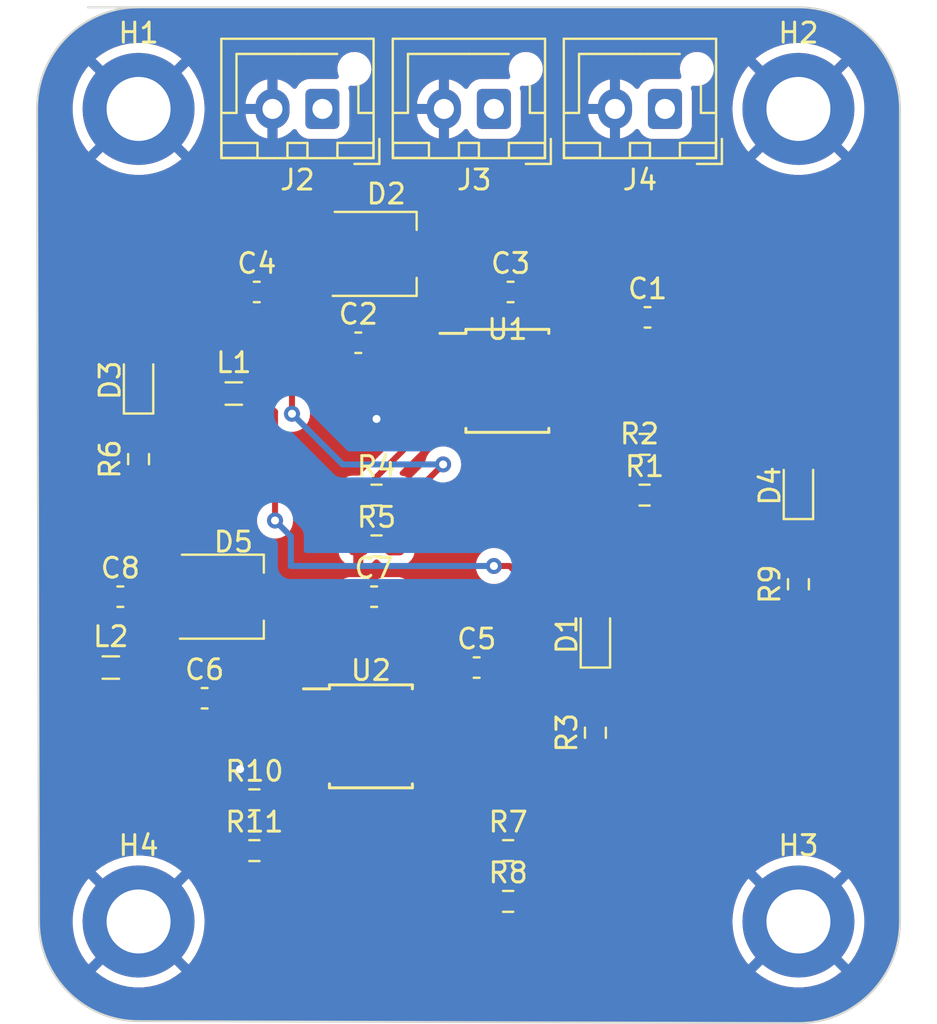
<source format=kicad_pcb>
(kicad_pcb (version 20221018) (generator pcbnew)
  (layers (0 "F.Cu" signal) (31 "B.Cu" signal) (34 "B.Paste" user) (35 "F.Paste" user) (36 "B.SilkS" user "B.Silkscreen") (37 "F.SilkS" user "F.Silkscreen") (38 "B.Mask" user) (39 "F.Mask" user) (44 "Edge.Cuts" user))
  (net 0 "")
  (net 1 "Batterie 11.1 V")
  (net 2 "GND")
  (net 3 "Net-(U1-VD)")
  (net 4 "Net-(D1-K)")
  (net 5 "Net-(U1-BST)")
  (net 6 "+3.3V")
  (net 7 "Net-(U2-VD)")
  (net 8 "Net-(D2-K)")
  (net 9 "Net-(U2-BST)")
  (net 10 "7.4V")
  (net 11 "Net-(D3-K)")
  (net 12 "Net-(D4-K)")
  (net 13 "Net-(D5-K)")
  (net 14 "11.1V")
  (net 15 "Net-(U1-ON{slash}~{OFF})")
  (net 16 "Net-(U1-FB)")
  (net 17 "Net-(U2-ON{slash}~{OFF})")
  (net 18 "Net-(U2-FB)")
  (net 19 "VCC")
  (footprint "Capacitor_SMD:C_0603_1608Metric_Pad1.08x0.95mm_HandSolder" (layer "F.Cu") (at 50.85 60.23)
    (fp_text reference "C5" (at 0 -1.43) (layer "F.SilkS"))
    (fp_text value "47µF")
    (fp_line (start -0.146267 -0.51) (end 0.146267 -0.51) (stroke (width 0.12)) (layer "F.SilkS"))
    (fp_line (start -0.146267 0.51) (end 0.146267 0.51) (stroke (width 0.12)) (layer "F.SilkS"))
    (pad "1" smd roundrect (at -0.8625 0) (size 1.075 0.95) (layers "F.Cu" "F.Paste" "F.Mask") (net 1 "Batterie 11.1 V"))
    (pad "2" smd roundrect (at 0.8625 0) (size 1.075 0.95) (layers "F.Cu" "F.Paste" "F.Mask") (net 2 "GND"))
  )
  (footprint "Package_SO:Diodes_PSOP-8" (layer "F.Cu") (at 45.56 63.67)
    (fp_text reference "U2" (at 0 -3.3) (layer "F.SilkS"))
    (fp_text value "MAX5033DUSA+")
    (fp_line (start -2.075 -2.575) (end -2.075 -2.375) (stroke (width 0.15)) (layer "F.SilkS"))
    (fp_line (start -2.075 -2.575) (end 2.075 -2.575) (stroke (width 0.15)) (layer "F.SilkS"))
    (fp_line (start -2.075 -2.375) (end -3.375 -2.375) (stroke (width 0.15)) (layer "F.SilkS"))
    (fp_line (start -2.075 2.575) (end -2.075 2.375) (stroke (width 0.15)) (layer "F.SilkS"))
    (fp_line (start -2.075 2.575) (end 2.075 2.575) (stroke (width 0.15)) (layer "F.SilkS"))
    (fp_line (start 2.075 -2.575) (end 2.075 -2.375) (stroke (width 0.15)) (layer "F.SilkS"))
    (fp_line (start 2.075 2.575) (end 2.075 2.375) (stroke (width 0.15)) (layer "F.SilkS"))
    (pad "1" smd rect (at -2.7 -1.905) (size 1.5 0.65) (layers "F.Cu" "F.Paste" "F.Mask") (net 9 "Net-(U2-BST)"))
    (pad "2" smd rect (at -2.7 -0.635) (size 1.5 0.65) (layers "F.Cu" "F.Paste" "F.Mask") (net 7 "Net-(U2-VD)"))
    (pad "3" smd rect (at -2.7 0.635) (size 1.5 0.65) (layers "F.Cu" "F.Paste" "F.Mask") (net 2 "GND"))
    (pad "4" smd rect (at -2.7 1.905) (size 1.5 0.65) (layers "F.Cu" "F.Paste" "F.Mask") (net 18 "Net-(U2-FB)"))
    (pad "5" smd rect (at 2.7 1.905) (size 1.5 0.65) (layers "F.Cu" "F.Paste" "F.Mask") (net 17 "Net-(U2-ON{slash}~{OFF})"))
    (pad "6" smd rect (at 2.7 0.635) (size 1.5 0.65) (layers "F.Cu" "F.Paste" "F.Mask") (net 2 "GND"))
    (pad "7" smd rect (at 2.7 -0.635) (size 1.5 0.65) (layers "F.Cu" "F.Paste" "F.Mask") (net 1 "Batterie 11.1 V"))
    (pad "8" smd rect (at 2.7 -1.905) (size 1.5 0.65) (layers "F.Cu" "F.Paste" "F.Mask") (net 13 "Net-(D5-K)"))
    (pad "9" smd rect (at -0.675 -0.9) (size 1.35 1.8) (layers "F.Cu" "F.Paste" "F.Mask"))
    (pad "9" smd rect (at -0.675 0.9) (size 1.35 1.8) (layers "F.Cu" "F.Paste" "F.Mask"))
    (pad "9" smd rect (at 0.675 -0.9) (size 1.35 1.8) (layers "F.Cu" "F.Paste" "F.Mask"))
    (pad "9" smd rect (at 0.675 0.9) (size 1.35 1.8) (layers "F.Cu" "F.Paste" "F.Mask"))
  )
  (footprint "Resistor_SMD:R_0603_1608Metric_Pad0.98x0.95mm_HandSolder" (layer "F.Cu") (at 39.7275 66.845)
    (fp_text reference "R10" (at 0 -1.43) (layer "F.SilkS"))
    (fp_text value "68k")
    (fp_line (start -0.254724 -0.5225) (end 0.254724 -0.5225) (stroke (width 0.12)) (layer "F.SilkS"))
    (fp_line (start -0.254724 0.5225) (end 0.254724 0.5225) (stroke (width 0.12)) (layer "F.SilkS"))
    (pad "1" smd roundrect (at -0.9125 0) (size 0.975 0.95) (layers "F.Cu" "F.Paste" "F.Mask") (net 18 "Net-(U2-FB)"))
    (pad "2" smd roundrect (at 0.9125 0) (size 0.975 0.95) (layers "F.Cu" "F.Paste" "F.Mask") (net 13 "Net-(D5-K)"))
  )
  (footprint "MountingHole:MountingHole_3.2mm_M3_DIN965_Pad" (layer "F.Cu") (at 33.9325 72.93)
    (fp_text reference "H4" (at 0 -3.8) (layer "F.SilkS"))
    (fp_text value "MountingHole_Pad")
    (pad "1" thru_hole circle (at 0 0) (size 5.6 5.6) (drill 3.2) (layers "*.Cu" "*.Mask") (net 2 "GND"))
  )
  (footprint "Capacitor_SMD:C_0603_1608Metric_Pad1.08x0.95mm_HandSolder" (layer "F.Cu") (at 52.5475 41.445)
    (fp_text reference "C3" (at 0 -1.43) (layer "F.SilkS"))
    (fp_text value "0.1µF")
    (fp_line (start -0.146267 -0.51) (end 0.146267 -0.51) (stroke (width 0.12)) (layer "F.SilkS"))
    (fp_line (start -0.146267 0.51) (end 0.146267 0.51) (stroke (width 0.12)) (layer "F.SilkS"))
    (pad "1" smd roundrect (at -0.8625 0) (size 1.075 0.95) (layers "F.Cu" "F.Paste" "F.Mask") (net 8 "Net-(D2-K)"))
    (pad "2" smd roundrect (at 0.8625 0) (size 1.075 0.95) (layers "F.Cu" "F.Paste" "F.Mask") (net 5 "Net-(U1-BST)"))
  )
  (footprint "MountingHole:MountingHole_3.2mm_M3_DIN965_Pad" (layer "F.Cu") (at 66.9525 72.93)
    (fp_text reference "H3" (at 0 -3.8) (layer "F.SilkS"))
    (fp_text value "MountingHole_Pad")
    (pad "1" thru_hole circle (at 0 0) (size 5.6 5.6) (drill 3.2) (layers "*.Cu" "*.Mask") (net 2 "GND"))
  )
  (footprint "Capacitor_SMD:C_0603_1608Metric_Pad1.08x0.95mm_HandSolder" (layer "F.Cu") (at 59.4025 42.715)
    (fp_text reference "C1" (at 0 -1.43) (layer "F.SilkS"))
    (fp_text value "47µF")
    (fp_line (start -0.146267 -0.51) (end 0.146267 -0.51) (stroke (width 0.12)) (layer "F.SilkS"))
    (fp_line (start -0.146267 0.51) (end 0.146267 0.51) (stroke (width 0.12)) (layer "F.SilkS"))
    (pad "1" smd roundrect (at -0.8625 0) (size 1.075 0.95) (layers "F.Cu" "F.Paste" "F.Mask") (net 1 "Batterie 11.1 V"))
    (pad "2" smd roundrect (at 0.8625 0) (size 1.075 0.95) (layers "F.Cu" "F.Paste" "F.Mask") (net 2 "GND"))
  )
  (footprint "Diode_SMD:Littelfuse_PolyZen-LS" (layer "F.Cu") (at 45.7475 39.54)
    (fp_text reference "D2" (at 0.58 -3) (layer "F.SilkS"))
    (fp_text value "D_Zener")
    (fp_line (start 2.1 -2.1) (end -2 -2.1) (stroke (width 0.12)) (layer "F.SilkS"))
    (fp_line (start 2.1 -2.1) (end 2.1 -1.2) (stroke (width 0.12)) (layer "F.SilkS"))
    (fp_line (start 2.1 2.1) (end -2.1 2.1) (stroke (width 0.12)) (layer "F.SilkS"))
    (fp_line (start 2.1 2.1) (end 2.1 1.2) (stroke (width 0.12)) (layer "F.SilkS"))
    (pad "1" smd rect (at -1.72 0) (size 0.56 2.21) (layers "F.Cu" "F.Paste" "F.Mask") (net 8 "Net-(D2-K)"))
    (pad "2" smd rect (at 1.72 -0.635) (size 0.56 0.94) (layers "F.Cu" "F.Paste" "F.Mask") (net 2 "GND"))
    (pad "3" smd rect (at 1.72 0.635) (size 0.56 0.94) (layers "F.Cu" "F.Paste" "F.Mask"))
  )
  (footprint "Resistor_SMD:R_0603_1608Metric_Pad0.98x0.95mm_HandSolder" (layer "F.Cu") (at 56.7925 63.49 90)
    (fp_text reference "R3" (at 0 -1.43 90) (layer "F.SilkS"))
    (fp_text value "1k")
    (fp_line (start -0.254724 -0.5225) (end 0.254724 -0.5225) (stroke (width 0.12)) (layer "F.SilkS"))
    (fp_line (start -0.254724 0.5225) (end 0.254724 0.5225) (stroke (width 0.12)) (layer "F.SilkS"))
    (pad "1" smd roundrect (at -0.9125 0 90) (size 0.975 0.95) (layers "F.Cu" "F.Paste" "F.Mask") (net 4 "Net-(D1-K)"))
    (pad "2" smd roundrect (at 0.9125 0 90) (size 0.975 0.95) (layers "F.Cu" "F.Paste" "F.Mask") (net 2 "GND"))
  )
  (footprint "LED_SMD:LED_0603_1608Metric_Pad1.05x0.95mm_HandSolder" (layer "F.Cu") (at 56.7925 58.57 90)
    (fp_text reference "D1" (at 0 -1.43 90) (layer "F.SilkS"))
    (fp_text value "LED")
    (fp_line (start -1.66 -0.735) (end -1.66 0.735) (stroke (width 0.12)) (layer "F.SilkS"))
    (fp_line (start -1.66 0.735) (end 0.8 0.735) (stroke (width 0.12)) (layer "F.SilkS"))
    (fp_line (start 0.8 -0.735) (end -1.66 -0.735) (stroke (width 0.12)) (layer "F.SilkS"))
    (pad "1" smd roundrect (at -0.875 0 90) (size 1.05 0.95) (layers "F.Cu" "F.Paste" "F.Mask") (net 4 "Net-(D1-K)"))
    (pad "2" smd roundrect (at 0.875 0 90) (size 1.05 0.95) (layers "F.Cu" "F.Paste" "F.Mask") (net 6 "+3.3V"))
  )
  (footprint "Capacitor_SMD:C_0603_1608Metric_Pad1.08x0.95mm_HandSolder" (layer "F.Cu") (at 37.2375 61.765)
    (fp_text reference "C6" (at 0 -1.43) (layer "F.SilkS"))
    (fp_text value "0.1µF")
    (fp_line (start -0.146267 -0.51) (end 0.146267 -0.51) (stroke (width 0.12)) (layer "F.SilkS"))
    (fp_line (start -0.146267 0.51) (end 0.146267 0.51) (stroke (width 0.12)) (layer "F.SilkS"))
    (pad "1" smd roundrect (at -0.8625 0) (size 1.075 0.95) (layers "F.Cu" "F.Paste" "F.Mask") (net 7 "Net-(U2-VD)"))
    (pad "2" smd roundrect (at 0.8625 0) (size 1.075 0.95) (layers "F.Cu" "F.Paste" "F.Mask") (net 2 "GND"))
  )
  (footprint "Package_SO:Diodes_PSOP-8" (layer "F.Cu") (at 52.3875 45.89)
    (fp_text reference "U1" (at 0 -2.575) (layer "F.SilkS"))
    (fp_text value "MAX5033DUSA+")
    (fp_line (start -2.075 -2.575) (end -2.075 -2.375) (stroke (width 0.15)) (layer "F.SilkS"))
    (fp_line (start -2.075 -2.575) (end 2.075 -2.575) (stroke (width 0.15)) (layer "F.SilkS"))
    (fp_line (start -2.075 -2.375) (end -3.375 -2.375) (stroke (width 0.15)) (layer "F.SilkS"))
    (fp_line (start -2.075 2.575) (end -2.075 2.375) (stroke (width 0.15)) (layer "F.SilkS"))
    (fp_line (start -2.075 2.575) (end 2.075 2.575) (stroke (width 0.15)) (layer "F.SilkS"))
    (fp_line (start 2.075 -2.575) (end 2.075 -2.375) (stroke (width 0.15)) (layer "F.SilkS"))
    (fp_line (start 2.075 2.575) (end 2.075 2.375) (stroke (width 0.15)) (layer "F.SilkS"))
    (pad "1" smd rect (at -2.7 -1.905) (size 1.5 0.65) (layers "F.Cu" "F.Paste" "F.Mask") (net 5 "Net-(U1-BST)"))
    (pad "2" smd rect (at -2.7 -0.635) (size 1.5 0.65) (layers "F.Cu" "F.Paste" "F.Mask") (net 3 "Net-(U1-VD)"))
    (pad "3" smd rect (at -2.7 0.635) (size 1.5 0.65) (layers "F.Cu" "F.Paste" "F.Mask") (net 2 "GND"))
    (pad "4" smd rect (at -2.7 1.905) (size 1.5 0.65) (layers "F.Cu" "F.Paste" "F.Mask") (net 16 "Net-(U1-FB)"))
    (pad "5" smd rect (at 2.7 1.905) (size 1.5 0.65) (layers "F.Cu" "F.Paste" "F.Mask") (net 15 "Net-(U1-ON{slash}~{OFF})"))
    (pad "6" smd rect (at 2.7 0.635) (size 1.5 0.65) (layers "F.Cu" "F.Paste" "F.Mask") (net 2 "GND"))
    (pad "7" smd rect (at 2.7 -0.635) (size 1.5 0.65) (layers "F.Cu" "F.Paste" "F.Mask") (net 1 "Batterie 11.1 V"))
    (pad "8" smd rect (at 2.7 -1.905) (size 1.5 0.65) (layers "F.Cu" "F.Paste" "F.Mask") (net 8 "Net-(D2-K)"))
    (pad "9" smd rect (at -0.675 -0.9) (size 1.35 1.8) (layers "F.Cu" "F.Paste" "F.Mask"))
    (pad "9" smd rect (at -0.675 0.9) (size 1.35 1.8) (layers "F.Cu" "F.Paste" "F.Mask"))
    (pad "9" smd rect (at 0.675 -0.9) (size 1.35 1.8) (layers "F.Cu" "F.Paste" "F.Mask"))
    (pad "9" smd rect (at 0.675 0.9) (size 1.35 1.8) (layers "F.Cu" "F.Paste" "F.Mask"))
  )
  (footprint "Resistor_SMD:R_0603_1608Metric_Pad0.98x0.95mm_HandSolder" (layer "F.Cu") (at 52.4275 69.385)
    (fp_text reference "R7" (at 0 -1.43) (layer "F.SilkS"))
    (fp_text value "R_Small")
    (fp_line (start -0.254724 -0.5225) (end 0.254724 -0.5225) (stroke (width 0.12)) (layer "F.SilkS"))
    (fp_line (start -0.254724 0.5225) (end 0.254724 0.5225) (stroke (width 0.12)) (layer "F.SilkS"))
    (pad "1" smd roundrect (at -0.9125 0) (size 0.975 0.95) (layers "F.Cu" "F.Paste" "F.Mask") (net 1 "Batterie 11.1 V"))
    (pad "2" smd roundrect (at 0.9125 0) (size 0.975 0.95) (layers "F.Cu" "F.Paste" "F.Mask") (net 17 "Net-(U2-ON{slash}~{OFF})"))
  )
  (footprint "Resistor_SMD:R_0603_1608Metric_Pad0.98x0.95mm_HandSolder" (layer "F.Cu") (at 59.255 51.605)
    (fp_text reference "R1" (at 0 -1.43) (layer "F.SilkS"))
    (fp_text value "R_Small")
    (fp_line (start -0.254724 -0.5225) (end 0.254724 -0.5225) (stroke (width 0.12)) (layer "F.SilkS"))
    (fp_line (start -0.254724 0.5225) (end 0.254724 0.5225) (stroke (width 0.12)) (layer "F.SilkS"))
    (pad "1" smd roundrect (at -0.9125 0) (size 0.975 0.95) (layers "F.Cu" "F.Paste" "F.Mask") (net 1 "Batterie 11.1 V"))
    (pad "2" smd roundrect (at 0.9125 0) (size 0.975 0.95) (layers "F.Cu" "F.Paste" "F.Mask") (net 15 "Net-(U1-ON{slash}~{OFF})"))
  )
  (footprint "MountingHole:MountingHole_3.2mm_M3_DIN965_Pad" (layer "F.Cu") (at 33.9325 32.29)
    (fp_text reference "H1" (at 0 -3.8) (layer "F.SilkS"))
    (fp_text value "MountingHole_Pad")
    (pad "1" thru_hole circle (at 0 0) (size 5.6 5.6) (drill 3.2) (layers "*.Cu" "*.Mask") (net 2 "GND"))
  )
  (footprint "Capacitor_SMD:C_0603_1608Metric_Pad1.08x0.95mm_HandSolder" (layer "F.Cu") (at 39.8475 41.445)
    (fp_text reference "C4" (at 0 -1.43) (layer "F.SilkS"))
    (fp_text value "33µF")
    (fp_line (start -0.146267 -0.51) (end 0.146267 -0.51) (stroke (width 0.12)) (layer "F.SilkS"))
    (fp_line (start -0.146267 0.51) (end 0.146267 0.51) (stroke (width 0.12)) (layer "F.SilkS"))
    (pad "1" smd roundrect (at -0.8625 0) (size 1.075 0.95) (layers "F.Cu" "F.Paste" "F.Mask") (net 6 "+3.3V"))
    (pad "2" smd roundrect (at 0.8625 0) (size 1.075 0.95) (layers "F.Cu" "F.Paste" "F.Mask") (net 2 "GND"))
  )
  (footprint "Capacitor_SMD:C_0603_1608Metric_Pad1.08x0.95mm_HandSolder" (layer "F.Cu") (at 44.9275 43.985)
    (fp_text reference "C2" (at 0 -1.43) (layer "F.SilkS"))
    (fp_text value "0.1µF")
    (fp_line (start -0.146267 -0.51) (end 0.146267 -0.51) (stroke (width 0.12)) (layer "F.SilkS"))
    (fp_line (start -0.146267 0.51) (end 0.146267 0.51) (stroke (width 0.12)) (layer "F.SilkS"))
    (pad "1" smd roundrect (at -0.8625 0) (size 1.075 0.95) (layers "F.Cu" "F.Paste" "F.Mask") (net 3 "Net-(U1-VD)"))
    (pad "2" smd roundrect (at 0.8625 0) (size 1.075 0.95) (layers "F.Cu" "F.Paste" "F.Mask") (net 2 "GND"))
  )
  (footprint "Resistor_SMD:R_0603_1608Metric_Pad0.98x0.95mm_HandSolder" (layer "F.Cu") (at 39.7275 69.385)
    (fp_text reference "R11" (at 0 -1.43) (layer "F.SilkS"))
    (fp_text value "12k")
    (fp_line (start -0.254724 -0.5225) (end 0.254724 -0.5225) (stroke (width 0.12)) (layer "F.SilkS"))
    (fp_line (start -0.254724 0.5225) (end 0.254724 0.5225) (stroke (width 0.12)) (layer "F.SilkS"))
    (pad "1" smd roundrect (at -0.9125 0) (size 0.975 0.95) (layers "F.Cu" "F.Paste" "F.Mask") (net 2 "GND"))
    (pad "2" smd roundrect (at 0.9125 0) (size 0.975 0.95) (layers "F.Cu" "F.Paste" "F.Mask") (net 18 "Net-(U2-FB)"))
  )
  (footprint "Capacitor_SMD:C_0603_1608Metric_Pad1.08x0.95mm_HandSolder" (layer "F.Cu") (at 45.72 56.685)
    (fp_text reference "C7" (at 0 -1.43) (layer "F.SilkS"))
    (fp_text value "0.1µF")
    (fp_line (start -0.146267 -0.51) (end 0.146267 -0.51) (stroke (width 0.12)) (layer "F.SilkS"))
    (fp_line (start -0.146267 0.51) (end 0.146267 0.51) (stroke (width 0.12)) (layer "F.SilkS"))
    (pad "1" smd roundrect (at -0.8625 0) (size 1.075 0.95) (layers "F.Cu" "F.Paste" "F.Mask") (net 13 "Net-(D5-K)"))
    (pad "2" smd roundrect (at 0.8625 0) (size 1.075 0.95) (layers "F.Cu" "F.Paste" "F.Mask") (net 9 "Net-(U2-BST)"))
  )
  (footprint "LED_SMD:LED_0603_1608Metric_Pad1.05x0.95mm_HandSolder" (layer "F.Cu") (at 33.9325 45.865 90)
    (fp_text reference "D3" (at 0 -1.43 90) (layer "F.SilkS"))
    (fp_text value "LED")
    (fp_line (start -1.66 -0.735) (end -1.66 0.735) (stroke (width 0.12)) (layer "F.SilkS"))
    (fp_line (start -1.66 0.735) (end 0.8 0.735) (stroke (width 0.12)) (layer "F.SilkS"))
    (fp_line (start 0.8 -0.735) (end -1.66 -0.735) (stroke (width 0.12)) (layer "F.SilkS"))
    (pad "1" smd roundrect (at -0.875 0 90) (size 1.05 0.95) (layers "F.Cu" "F.Paste" "F.Mask") (net 11 "Net-(D3-K)"))
    (pad "2" smd roundrect (at 0.875 0 90) (size 1.05 0.95) (layers "F.Cu" "F.Paste" "F.Mask") (net 10 "7.4V"))
  )
  (footprint "Connector_JST:JST_XH_B2B-XH-AM_1x02_P2.50mm_Vertical" (layer "F.Cu") (at 43.1325 32.29 180)
    (fp_text reference "J2" (at 1.25 -3.55) (layer "F.SilkS"))
    (fp_text value "Conn_01x02")
    (fp_line (start -2.85 -2.75) (end -2.85 -1.5) (stroke (width 0.12)) (layer "F.SilkS"))
    (fp_line (start -2.56 -2.46) (end -2.56 3.51) (stroke (width 0.12)) (layer "F.SilkS"))
    (fp_line (start -2.56 3.51) (end 5.06 3.51) (stroke (width 0.12)) (layer "F.SilkS"))
    (fp_line (start -2.55 -2.45) (end -2.55 -1.7) (stroke (width 0.12)) (layer "F.SilkS"))
    (fp_line (start -2.55 -1.7) (end -0.75 -1.7) (stroke (width 0.12)) (layer "F.SilkS"))
    (fp_line (start -2.55 -0.2) (end -1.8 -0.2) (stroke (width 0.12)) (layer "F.SilkS"))
    (fp_line (start -1.8 -0.2) (end -1.8 1.14) (stroke (width 0.12)) (layer "F.SilkS"))
    (fp_line (start -1.6 -2.75) (end -2.85 -2.75) (stroke (width 0.12)) (layer "F.SilkS"))
    (fp_line (start -0.75 -2.45) (end -2.55 -2.45) (stroke (width 0.12)) (layer "F.SilkS"))
    (fp_line (start -0.75 -1.7) (end -0.75 -2.45) (stroke (width 0.12)) (layer "F.SilkS"))
    (fp_line (start 0.75 -2.45) (end 0.75 -1.7) (stroke (width 0.12)) (layer "F.SilkS"))
    (fp_line (start 0.75 -1.7) (end 1.75 -1.7) (stroke (width 0.12)) (layer "F.SilkS"))
    (fp_line (start 1.25 2.75) (end -0.74 2.75) (stroke (width 0.12)) (layer "F.SilkS"))
    (fp_line (start 1.75 -2.45) (end 0.75 -2.45) (stroke (width 0.12)) (layer "F.SilkS"))
    (fp_line (start 1.75 -1.7) (end 1.75 -2.45) (stroke (width 0.12)) (layer "F.SilkS"))
    (fp_line (start 3.25 -2.45) (end 3.25 -1.7) (stroke (width 0.12)) (layer "F.SilkS"))
    (fp_line (start 3.25 -1.7) (end 5.05 -1.7) (stroke (width 0.12)) (layer "F.SilkS"))
    (fp_line (start 4.3 -0.2) (end 4.3 2.75) (stroke (width 0.12)) (layer "F.SilkS"))
    (fp_line (start 4.3 2.75) (end 1.25 2.75) (stroke (width 0.12)) (layer "F.SilkS"))
    (fp_line (start 5.05 -2.45) (end 3.25 -2.45) (stroke (width 0.12)) (layer "F.SilkS"))
    (fp_line (start 5.05 -1.7) (end 5.05 -2.45) (stroke (width 0.12)) (layer "F.SilkS"))
    (fp_line (start 5.05 -0.2) (end 4.3 -0.2) (stroke (width 0.12)) (layer "F.SilkS"))
    (fp_line (start 5.06 -2.46) (end -2.56 -2.46) (stroke (width 0.12)) (layer "F.SilkS"))
    (fp_line (start 5.06 3.51) (end 5.06 -2.46) (stroke (width 0.12)) (layer "F.SilkS"))
    (pad "" np_thru_hole circle (at -1.6 2 180) (size 1.2 1.2) (drill 1.2) (layers "*.Cu" "*.Mask"))
    (pad "1" thru_hole roundrect (at 0 0 180) (size 1.7 2) (drill 1) (layers "*.Cu" "*.Mask") (roundrect_rratio 0.147059) (net 19 "VCC"))
    (pad "2" thru_hole oval (at 2.5 0 180) (size 1.7 2) (drill 1) (layers "*.Cu" "*.Mask") (net 2 "GND"))
  )
  (footprint "Connector_JST:JST_XH_B2B-XH-AM_1x02_P2.50mm_Vertical" (layer "F.Cu") (at 60.2725 32.29 180)
    (fp_text reference "J4" (at 1.25 -3.55) (layer "F.SilkS"))
    (fp_text value "Conn_01x02")
    (fp_line (start -2.85 -2.75) (end -2.85 -1.5) (stroke (width 0.12)) (layer "F.SilkS"))
    (fp_line (start -2.56 -2.46) (end -2.56 3.51) (stroke (width 0.12)) (layer "F.SilkS"))
    (fp_line (start -2.56 3.51) (end 5.06 3.51) (stroke (width 0.12)) (layer "F.SilkS"))
    (fp_line (start -2.55 -2.45) (end -2.55 -1.7) (stroke (width 0.12)) (layer "F.SilkS"))
    (fp_line (start -2.55 -1.7) (end -0.75 -1.7) (stroke (width 0.12)) (layer "F.SilkS"))
    (fp_line (start -2.55 -0.2) (end -1.8 -0.2) (stroke (width 0.12)) (layer "F.SilkS"))
    (fp_line (start -1.8 -0.2) (end -1.8 1.14) (stroke (width 0.12)) (layer "F.SilkS"))
    (fp_line (start -1.6 -2.75) (end -2.85 -2.75) (stroke (width 0.12)) (layer "F.SilkS"))
    (fp_line (start -0.75 -2.45) (end -2.55 -2.45) (stroke (width 0.12)) (layer "F.SilkS"))
    (fp_line (start -0.75 -1.7) (end -0.75 -2.45) (stroke (width 0.12)) (layer "F.SilkS"))
    (fp_line (start 0.75 -2.45) (end 0.75 -1.7) (stroke (width 0.12)) (layer "F.SilkS"))
    (fp_line (start 0.75 -1.7) (end 1.75 -1.7) (stroke (width 0.12)) (layer "F.SilkS"))
    (fp_line (start 1.25 2.75) (end -0.74 2.75) (stroke (width 0.12)) (layer "F.SilkS"))
    (fp_line (start 1.75 -2.45) (end 0.75 -2.45) (stroke (width 0.12)) (layer "F.SilkS"))
    (fp_line (start 1.75 -1.7) (end 1.75 -2.45) (stroke (width 0.12)) (layer "F.SilkS"))
    (fp_line (start 3.25 -2.45) (end 3.25 -1.7) (stroke (width 0.12)) (layer "F.SilkS"))
    (fp_line (start 3.25 -1.7) (end 5.05 -1.7) (stroke (width 0.12)) (layer "F.SilkS"))
    (fp_line (start 4.3 -0.2) (end 4.3 2.75) (stroke (width 0.12)) (layer "F.SilkS"))
    (fp_line (start 4.3 2.75) (end 1.25 2.75) (stroke (width 0.12)) (layer "F.SilkS"))
    (fp_line (start 5.05 -2.45) (end 3.25 -2.45) (stroke (width 0.12)) (layer "F.SilkS"))
    (fp_line (start 5.05 -1.7) (end 5.05 -2.45) (stroke (width 0.12)) (layer "F.SilkS"))
    (fp_line (start 5.05 -0.2) (end 4.3 -0.2) (stroke (width 0.12)) (layer "F.SilkS"))
    (fp_line (start 5.06 -2.46) (end -2.56 -2.46) (stroke (width 0.12)) (layer "F.SilkS"))
    (fp_line (start 5.06 3.51) (end 5.06 -2.46) (stroke (width 0.12)) (layer "F.SilkS"))
    (pad "" np_thru_hole circle (at -1.6 2 180) (size 1.2 1.2) (drill 1.2) (layers "*.Cu" "*.Mask"))
    (pad "1" thru_hole roundrect (at 0 0 180) (size 1.7 2) (drill 1) (layers "*.Cu" "*.Mask") (roundrect_rratio 0.147059) (net 19 "VCC"))
    (pad "2" thru_hole oval (at 2.5 0 180) (size 1.7 2) (drill 1) (layers "*.Cu" "*.Mask") (net 2 "GND"))
  )
  (footprint "Inductor_SMD:L_0805_2012Metric_Pad1.05x1.20mm_HandSolder" (layer "F.Cu") (at 38.6975 46.525)
    (fp_text reference "L1" (at 0 -1.55) (layer "F.SilkS"))
    (fp_text value "220µH")
    (fp_line (start -0.410242 -0.56) (end 0.410242 -0.56) (stroke (width 0.12)) (layer "F.SilkS"))
    (fp_line (start -0.410242 0.56) (end 0.410242 0.56) (stroke (width 0.12)) (layer "F.SilkS"))
    (pad "1" smd roundrect (at -1.15 0) (size 1.05 1.2) (layers "F.Cu" "F.Paste" "F.Mask") (roundrect_rratio 0.238095) (net 8 "Net-(D2-K)"))
    (pad "2" smd roundrect (at 1.15 0) (size 1.05 1.2) (layers "F.Cu" "F.Paste" "F.Mask") (roundrect_rratio 0.238095) (net 6 "+3.3V"))
  )
  (footprint "Inductor_SMD:L_0805_2012Metric_Pad1.05x1.20mm_HandSolder" (layer "F.Cu") (at 32.5425 60.23)
    (fp_text reference "L2" (at 0 -1.55) (layer "F.SilkS"))
    (fp_text value "220µH")
    (fp_line (start -0.410242 -0.56) (end 0.410242 -0.56) (stroke (width 0.12)) (layer "F.SilkS"))
    (fp_line (start -0.410242 0.56) (end 0.410242 0.56) (stroke (width 0.12)) (layer "F.SilkS"))
    (pad "1" smd roundrect (at -1.15 0) (size 1.05 1.2) (layers "F.Cu" "F.Paste" "F.Mask") (roundrect_rratio 0.238095) (net 13 "Net-(D5-K)"))
    (pad "2" smd roundrect (at 1.15 0) (size 1.05 1.2) (layers "F.Cu" "F.Paste" "F.Mask") (roundrect_rratio 0.238095) (net 10 "7.4V"))
  )
  (footprint "LED_SMD:LED_0603_1608Metric_Pad1.05x0.95mm_HandSolder" (layer "F.Cu") (at 66.9525 51.1425 90)
    (fp_text reference "D4" (at 0 -1.43 90) (layer "F.SilkS"))
    (fp_text value "LED")
    (fp_line (start -1.66 -0.735) (end -1.66 0.735) (stroke (width 0.12)) (layer "F.SilkS"))
    (fp_line (start -1.66 0.735) (end 0.8 0.735) (stroke (width 0.12)) (layer "F.SilkS"))
    (fp_line (start 0.8 -0.735) (end -1.66 -0.735) (stroke (width 0.12)) (layer "F.SilkS"))
    (pad "1" smd roundrect (at -0.875 0 90) (size 1.05 0.95) (layers "F.Cu" "F.Paste" "F.Mask") (net 12 "Net-(D4-K)"))
    (pad "2" smd roundrect (at 0.875 0 90) (size 1.05 0.95) (layers "F.Cu" "F.Paste" "F.Mask") (net 14 "11.1V"))
  )
  (footprint "Resistor_SMD:R_0603_1608Metric_Pad0.98x0.95mm_HandSolder" (layer "F.Cu") (at 52.4275 71.925)
    (fp_text reference "R8" (at 0 -1.43) (layer "F.SilkS"))
    (fp_text value "R_Small")
    (fp_line (start -0.254724 -0.5225) (end 0.254724 -0.5225) (stroke (width 0.12)) (layer "F.SilkS"))
    (fp_line (start -0.254724 0.5225) (end 0.254724 0.5225) (stroke (width 0.12)) (layer "F.SilkS"))
    (pad "1" smd roundrect (at -0.9125 0) (size 0.975 0.95) (layers "F.Cu" "F.Paste" "F.Mask") (net 17 "Net-(U2-ON{slash}~{OFF})"))
    (pad "2" smd roundrect (at 0.9125 0) (size 0.975 0.95) (layers "F.Cu" "F.Paste" "F.Mask") (net 2 "GND"))
  )
  (footprint "Capacitor_SMD:C_0603_1608Metric_Pad1.08x0.95mm_HandSolder" (layer "F.Cu") (at 33.02 56.685)
    (fp_text reference "C8" (at 0 -1.43) (layer "F.SilkS"))
    (fp_text value "33µF")
    (fp_line (start -0.146267 -0.51) (end 0.146267 -0.51) (stroke (width 0.12)) (layer "F.SilkS"))
    (fp_line (start -0.146267 0.51) (end 0.146267 0.51) (stroke (width 0.12)) (layer "F.SilkS"))
    (pad "1" smd roundrect (at -0.8625 0) (size 1.075 0.95) (layers "F.Cu" "F.Paste" "F.Mask") (net 10 "7.4V"))
    (pad "2" smd roundrect (at 0.8625 0) (size 1.075 0.95) (layers "F.Cu" "F.Paste" "F.Mask") (net 2 "GND"))
  )
  (footprint "Resistor_SMD:R_0603_1608Metric_Pad0.98x0.95mm_HandSolder" (layer "F.Cu") (at 59.255 49.065)
    (fp_text reference "R2" (at -0.254724 -0.5225) (layer "F.SilkS"))
    (fp_text value "R_Small")
    (fp_line (start -0.254724 -0.5225) (end 0.254724 -0.5225) (stroke (width 0.12)) (layer "F.SilkS"))
    (fp_line (start -0.254724 0.5225) (end 0.254724 0.5225) (stroke (width 0.12)) (layer "F.SilkS"))
    (pad "1" smd roundrect (at -0.9125 0) (size 0.975 0.95) (layers "F.Cu" "F.Paste" "F.Mask") (net 15 "Net-(U1-ON{slash}~{OFF})"))
    (pad "2" smd roundrect (at 0.9125 0) (size 0.975 0.95) (layers "F.Cu" "F.Paste" "F.Mask") (net 2 "GND"))
  )
  (footprint "Resistor_SMD:R_0603_1608Metric_Pad0.98x0.95mm_HandSolder" (layer "F.Cu") (at 33.9325 49.805 90)
    (fp_text reference "R6" (at 0 -1.43 90) (layer "F.SilkS"))
    (fp_text value "1k")
    (fp_line (start -0.254724 -0.5225) (end 0.254724 -0.5225) (stroke (width 0.12)) (layer "F.SilkS"))
    (fp_line (start -0.254724 0.5225) (end 0.254724 0.5225) (stroke (width 0.12)) (layer "F.SilkS"))
    (pad "1" smd roundrect (at -0.9125 0 90) (size 0.975 0.95) (layers "F.Cu" "F.Paste" "F.Mask") (net 11 "Net-(D3-K)"))
    (pad "2" smd roundrect (at 0.9125 0 90) (size 0.975 0.95) (layers "F.Cu" "F.Paste" "F.Mask") (net 2 "GND"))
  )
  (footprint "Resistor_SMD:R_0603_1608Metric_Pad0.98x0.95mm_HandSolder" (layer "F.Cu") (at 45.84 54.145)
    (fp_text reference "R5" (at 0 -1.43) (layer "F.SilkS"))
    (fp_text value "12k")
    (fp_line (start -0.254724 -0.5225) (end 0.254724 -0.5225) (stroke (width 0.12)) (layer "F.SilkS"))
    (fp_line (start -0.254724 0.5225) (end 0.254724 0.5225) (stroke (width 0.12)) (layer "F.SilkS"))
    (pad "1" smd roundrect (at -0.9125 0) (size 0.975 0.95) (layers "F.Cu" "F.Paste" "F.Mask") (net 2 "GND"))
    (pad "2" smd roundrect (at 0.9125 0) (size 0.975 0.95) (layers "F.Cu" "F.Paste" "F.Mask") (net 16 "Net-(U1-FB)"))
  )
  (footprint "MountingHole:MountingHole_3.2mm_M3_DIN965_Pad" (layer "F.Cu") (at 66.9525 32.29)
    (fp_text reference "H2" (at 0 -3.8) (layer "F.SilkS"))
    (fp_text value "MountingHole_Pad")
    (pad "1" thru_hole circle (at 0 0) (size 5.6 5.6) (drill 3.2) (layers "*.Cu" "*.Mask") (net 2 "GND"))
  )
  (footprint "Diode_SMD:Littelfuse_PolyZen-LS" (layer "F.Cu") (at 38.1 56.685)
    (fp_text reference "D5" (at 0.58 -2.735) (layer "F.SilkS"))
    (fp_text value "D_Zener")
    (fp_line (start 2.1 -2.1) (end -2 -2.1) (stroke (width 0.12)) (layer "F.SilkS"))
    (fp_line (start 2.1 -2.1) (end 2.1 -1.2) (stroke (width 0.12)) (layer "F.SilkS"))
    (fp_line (start 2.1 2.1) (end -2.1 2.1) (stroke (width 0.12)) (layer "F.SilkS"))
    (fp_line (start 2.1 2.1) (end 2.1 1.2) (stroke (width 0.12)) (layer "F.SilkS"))
    (pad "1" smd rect (at -1.72 0) (size 0.56 2.21) (layers "F.Cu" "F.Paste" "F.Mask") (net 13 "Net-(D5-K)"))
    (pad "2" smd rect (at 1.72 -0.635) (size 0.56 0.94) (layers "F.Cu" "F.Paste" "F.Mask") (net 2 "GND"))
    (pad "3" smd rect (at 1.72 0.635) (size 0.56 0.94) (layers "F.Cu" "F.Paste" "F.Mask"))
  )
  (footprint "Connector_JST:JST_XH_B2B-XH-AM_1x02_P2.50mm_Vertical" (layer "F.Cu") (at 51.7125 32.29 180)
    (fp_text reference "J3" (at 0.985 -3.55) (layer "F.SilkS"))
    (fp_text value "Conn_01x02")
    (fp_line (start -2.85 -2.75) (end -2.85 -1.5) (stroke (width 0.12)) (layer "F.SilkS"))
    (fp_line (start -2.56 -2.46) (end -2.56 3.51) (stroke (width 0.12)) (layer "F.SilkS"))
    (fp_line (start -2.56 3.51) (end 5.06 3.51) (stroke (width 0.12)) (layer "F.SilkS"))
    (fp_line (start -2.55 -2.45) (end -2.55 -1.7) (stroke (width 0.12)) (layer "F.SilkS"))
    (fp_line (start -2.55 -1.7) (end -0.75 -1.7) (stroke (width 0.12)) (layer "F.SilkS"))
    (fp_line (start -2.55 -0.2) (end -1.8 -0.2) (stroke (width 0.12)) (layer "F.SilkS"))
    (fp_line (start -1.8 -0.2) (end -1.8 1.14) (stroke (width 0.12)) (layer "F.SilkS"))
    (fp_line (start -1.6 -2.75) (end -2.85 -2.75) (stroke (width 0.12)) (layer "F.SilkS"))
    (fp_line (start -0.75 -2.45) (end -2.55 -2.45) (stroke (width 0.12)) (layer "F.SilkS"))
    (fp_line (start -0.75 -1.7) (end -0.75 -2.45) (stroke (width 0.12)) (layer "F.SilkS"))
    (fp_line (start 0.75 -2.45) (end 0.75 -1.7) (stroke (width 0.12)) (layer "F.SilkS"))
    (fp_line (start 0.75 -1.7) (end 1.75 -1.7) (stroke (width 0.12)) (layer "F.SilkS"))
    (fp_line (start 1.25 2.75) (end -0.74 2.75) (stroke (width 0.12)) (layer "F.SilkS"))
    (fp_line (start 1.75 -2.45) (end 0.75 -2.45) (stroke (width 0.12)) (layer "F.SilkS"))
    (fp_line (start 1.75 -1.7) (end 1.75 -2.45) (stroke (width 0.12)) (layer "F.SilkS"))
    (fp_line (start 3.25 -2.45) (end 3.25 -1.7) (stroke (width 0.12)) (layer "F.SilkS"))
    (fp_line (start 3.25 -1.7) (end 5.05 -1.7) (stroke (width 0.12)) (layer "F.SilkS"))
    (fp_line (start 4.3 -0.2) (end 4.3 2.75) (stroke (width 0.12)) (layer "F.SilkS"))
    (fp_line (start 4.3 2.75) (end 1.25 2.75) (stroke (width 0.12)) (layer "F.SilkS"))
    (fp_line (start 5.05 -2.45) (end 3.25 -2.45) (stroke (width 0.12)) (layer "F.SilkS"))
    (fp_line (start 5.05 -1.7) (end 5.05 -2.45) (stroke (width 0.12)) (layer "F.SilkS"))
    (fp_line (start 5.05 -0.2) (end 4.3 -0.2) (stroke (width 0.12)) (layer "F.SilkS"))
    (fp_line (start 5.06 -2.46) (end -2.56 -2.46) (stroke (width 0.12)) (layer "F.SilkS"))
    (fp_line (start 5.06 3.51) (end 5.06 -2.46) (stroke (width 0.12)) (layer "F.SilkS"))
    (pad "" np_thru_hole circle (at -1.6 2 180) (size 1.2 1.2) (drill 1.2) (layers "*.Cu" "*.Mask"))
    (pad "1" thru_hole roundrect (at 0 0 180) (size 1.7 2) (drill 1) (layers "*.Cu" "*.Mask") (roundrect_rratio 0.147059) (net 19 "VCC"))
    (pad "2" thru_hole oval (at 2.5 0 180) (size 1.7 2) (drill 1) (layers "*.Cu" "*.Mask") (net 2 "GND"))
  )
  (footprint "Resistor_SMD:R_0603_1608Metric_Pad0.98x0.95mm_HandSolder" (layer "F.Cu") (at 66.9525 56.0625 90)
    (fp_text reference "R9" (at 0 -1.43 90) (layer "F.SilkS"))
    (fp_text value "1k")
    (fp_line (start -0.254724 -0.5225) (end 0.254724 -0.5225) (stroke (width 0.12)) (layer "F.SilkS"))
    (fp_line (start -0.254724 0.5225) (end 0.254724 0.5225) (stroke (width 0.12)) (layer "F.SilkS"))
    (pad "1" smd roundrect (at -0.9125 0 90) (size 0.975 0.95) (layers "F.Cu" "F.Paste" "F.Mask") (net 12 "Net-(D4-K)"))
    (pad "2" smd roundrect (at 0.9125 0 90) (size 0.975 0.95) (layers "F.Cu" "F.Paste" "F.Mask") (net 2 "GND"))
  )
  (footprint "Resistor_SMD:R_0603_1608Metric_Pad0.98x0.95mm_HandSolder" (layer "F.Cu") (at 45.84 51.605)
    (fp_text reference "R4" (at 0 -1.43) (layer "F.SilkS"))
    (fp_text value "22k")
    (fp_line (start -0.254724 -0.5225) (end 0.254724 -0.5225) (stroke (width 0.12)) (layer "F.SilkS"))
    (fp_line (start -0.254724 0.5225) (end 0.254724 0.5225) (stroke (width 0.12)) (layer "F.SilkS"))
    (pad "1" smd roundrect (at -0.9125 0) (size 0.975 0.95) (layers "F.Cu" "F.Paste" "F.Mask") (net 16 "Net-(U1-FB)"))
    (pad "2" smd roundrect (at 0.9125 0) (size 0.975 0.95) (layers "F.Cu" "F.Paste" "F.Mask") (net 8 "Net-(D2-K)"))
  )
  (gr_arc (start 72.0325 72.93) (mid 70.544602 76.522102) (end 66.9525 78.01) (stroke (width 0.1)) (layer "Edge.Cuts"))
  (gr_line (start 66.9525 78.01) (end 33.9325 77.912263) (stroke (width 0.1)) (layer "Edge.Cuts"))
  (gr_arc (start 33.9325 77.912263) (mid 30.409508 76.452992) (end 28.950237 72.93) (stroke (width 0.1)) (layer "Edge.Cuts"))
  (gr_line (start 28.950237 72.93) (end 28.8525 32.29) (stroke (width 0.1)) (layer "Edge.Cuts"))
  (gr_arc (start 66.9525 27.21) (mid 70.544602 28.697898) (end 72.0325 32.29) (stroke (width 0.1)) (layer "Edge.Cuts"))
  (gr_line (start 72.0325 32.29) (end 72.0325 72.93) (stroke (width 0.1)) (layer "Edge.Cuts"))
  (gr_line (start 31.3925 27.21) (end 66.9525 27.21) (stroke (width 0.1)) (layer "Edge.Cuts"))
  (gr_arc (start 28.8525 32.29) (mid 30.340398 28.697898) (end 33.9325 27.21) (stroke (width 0.1)) (layer "Edge.Cuts"))
  (segment (start 49.9875 60.23) (end 49.9875 62.0125) (width 0.3) (layer "F.Cu") (net 1))
  (segment (start 56.2875 45.75) (end 56.2875 49.55) (width 0.3) (layer "F.Cu") (net 1))
  (segment (start 49.31 63.035) (end 48.26 63.035) (width 0.3) (layer "F.Cu") (net 1))
  (segment (start 48.965 63.035) (end 48.26 63.035) (width 0.3) (layer "F.Cu") (net 1))
  (segment (start 51.515 69.385) (end 51.515 65.24) (width 0.3) (layer "F.Cu") (net 1))
  (segment (start 51.515 65.24) (end 49.31 63.035) (width 0.3) (layer "F.Cu") (net 1))
  (segment (start 49.9875 62.0125) (end 48.965 63.035) (width 0.3) (layer "F.Cu") (net 1))
  (segment (start 58.54 42.715) (end 56 45.255) (width 0.3) (layer "F.Cu") (net 1))
  (segment (start 55.7925 45.255) (end 56.2875 45.75) (width 0.3) (layer "F.Cu") (net 1))
  (segment (start 56 45.255) (end 55.0875 45.255) (width 0.3) (layer "F.Cu") (net 1))
  (segment (start 55.0875 45.255) (end 55.7925 45.255) (width 0.3) (layer "F.Cu") (net 1))
  (segment (start 56.2875 49.55) (end 58.3425 51.605) (width 0.3) (layer "F.Cu") (net 1))
  (segment (start 40.0175 64.305) (end 39.0125 65.31) (width 0.3) (layer "F.Cu") (net 2))
  (segment (start 49.6875 46.525) (end 47.11 46.525) (width 0.3) (layer "F.Cu") (net 2))
  (segment (start 42.86 64.305) (end 40.0175 64.305) (width 0.3) (layer "F.Cu") (net 2))
  (segment (start 47.11 46.525) (end 45.84 47.795) (width 0.3) (layer "F.Cu") (net 2))
  (via (at 45.84 47.795) (size 0.8) (drill 0.4) (layers "F.Cu" "B.Cu") (net 2))
  (via (at 39.0125 65.31) (size 0.8) (drill 0.4) (layers "F.Cu" "B.Cu") (net 2))
  (segment (start 44.065 43.985) (end 45.335 45.255) (width 0.3) (layer "F.Cu") (net 3))
  (segment (start 45.335 45.255) (end 49.6875 45.255) (width 0.3) (layer "F.Cu") (net 3))
  (segment (start 55.8675 63.4775) (end 55.8675 60.37) (width 0.3) (layer "F.Cu") (net 4))
  (segment (start 55.8675 60.37) (end 56.7925 59.445) (width 0.3) (layer "F.Cu") (net 4))
  (segment (start 56.7925 64.4025) (end 55.8675 63.4775) (width 0.3) (layer "F.Cu") (net 4))
  (segment (start 39.8475 46.525) (end 38.7975 47.575) (width 0.3) (layer "F.Cu") (net 6))
  (segment (start 56.7925 57.695) (end 55.0425 57.695) (width 0.3) (layer "F.Cu") (net 6))
  (segment (start 36.982551 47.575) (end 36.5725 47.164949) (width 0.3) (layer "F.Cu") (net 6))
  (segment (start 36.5725 43.8575) (end 38.985 41.445) (width 0.3) (layer "F.Cu") (net 6))
  (segment (start 40.76 52.875) (end 40.76 47.4375) (width 0.3) (layer "F.Cu") (net 6))
  (segment (start 38.7975 47.575) (end 36.982551 47.575) (width 0.3) (layer "F.Cu") (net 6))
  (segment (start 40.76 47.4375) (end 39.8475 46.525) (width 0.3) (layer "F.Cu") (net 6))
  (segment (start 36.5725 47.164949) (end 36.5725 43.8575) (width 0.3) (layer "F.Cu") (net 6))
  (segment (start 52.4975 55.15) (end 51.7125 55.15) (width 0.3) (layer "F.Cu") (net 6))
  (segment (start 55.0425 57.695) (end 52.4975 55.15) (width 0.3) (layer "F.Cu") (net 6))
  (via (at 40.76 52.875) (size 0.8) (drill 0.4) (layers "F.Cu" "B.Cu") (net 6))
  (via (at 51.7125 55.15) (size 0.8) (drill 0.4) (layers "F.Cu" "B.Cu") (net 6))
  (segment (start 41.5525 53.6675) (end 40.76 52.875) (width 0.3) (layer "B.Cu") (net 6))
  (segment (start 41.5525 55.15) (end 41.5525 53.6675) (width 0.3) (layer "B.Cu") (net 6))
  (segment (start 51.7125 55.15) (end 41.5525 55.15) (width 0.3) (layer "B.Cu") (net 6))
  (segment (start 36.375 61.765) (end 37.645 63.035) (width 0.3) (layer "F.Cu") (net 7))
  (segment (start 37.645 63.035) (end 42.86 63.035) (width 0.3) (layer "F.Cu") (net 7))
  (segment (start 47.6375 51.605) (end 49.1725 50.07) (width 0.3) (layer "F.Cu") (net 8))
  (segment (start 37.8675 46.525) (end 37.5475 46.525) (width 0.3) (layer "F.Cu") (net 8))
  (segment (start 51.685 41.445) (end 52.61 40.52) (width 0.3) (layer "F.Cu") (net 8))
  (segment (start 51.685 41.445) (end 45.9325 41.445) (width 0.3) (layer "F.Cu") (net 8))
  (segment (start 44.0275 40.365) (end 37.8675 46.525) (width 0.3) (layer "F.Cu") (net 8))
  (segment (start 45.9325 41.445) (end 44.0275 39.54) (width 0.3) (layer "F.Cu") (net 8))
  (segment (start 41.6095 47.535984) (end 41.6095 42.783) (width 0.3) (layer "F.Cu") (net 8))
  (segment (start 46.7525 51.605) (end 47.6375 51.605) (width 0.3) (layer "F.Cu") (net 8))
  (segment (start 44.0275 40.365) (end 44.0275 39.54) (width 0.3) (layer "F.Cu") (net 8))
  (segment (start 55.0875 41.612728) (end 55.0875 43.985) (width 0.3) (layer "F.Cu") (net 8))
  (segment (start 41.6095 42.783) (end 44.0275 40.365) (width 0.3) (layer "F.Cu") (net 8))
  (segment (start 52.61 40.52) (end 53.994772 40.52) (width 0.3) (layer "F.Cu") (net 8))
  (segment (start 53.994772 40.52) (end 55.0875 41.612728) (width 0.3) (layer "F.Cu") (net 8))
  (via (at 49.1725 50.07) (size 0.8) (drill 0.4) (layers "F.Cu" "B.Cu") (net 8))
  (via (at 41.6095 47.535984) (size 0.8) (drill 0.4) (layers "F.Cu" "B.Cu") (net 8))
  (segment (start 44.143516 50.07) (end 41.6095 47.535984) (width 0.3) (layer "B.Cu") (net 8))
  (segment (start 49.1725 50.07) (end 44.143516 50.07) (width 0.3) (layer "B.Cu") (net 8))
  (segment (start 30.4175 58.425) (end 32.1575 56.685) (width 0.3) (layer "F.Cu") (net 10))
  (segment (start 33.6925 60.23) (end 32.6425 61.28) (width 0.3) (layer "F.Cu") (net 10))
  (segment (start 32.065 56.5925) (end 32.065 46.8575) (width 0.3) (layer "F.Cu") (net 10))
  (segment (start 32.1575 56.685) (end 32.065 56.5925) (width 0.3) (layer "F.Cu") (net 10))
  (segment (start 32.6425 61.28) (end 30.827551 61.28) (width 0.3) (layer "F.Cu") (net 10))
  (segment (start 33.9325 44.99) (end 32.065 46.8575) (width 0.3) (layer "F.Cu") (net 10))
  (segment (start 30.827551 61.28) (end 30.4175 60.869949) (width 0.3) (layer "F.Cu") (net 10))
  (segment (start 30.4175 60.869949) (end 30.4175 58.425) (width 0.3) (layer "F.Cu") (net 10))
  (segment (start 33.9325 50.7175) (end 33.0075 49.7925) (width 0.3) (layer "F.Cu") (net 11))
  (segment (start 33.0075 50.0575) (end 33.0075 47.665) (width 0.3) (layer "F.Cu") (net 11))
  (segment (start 33.0075 47.665) (end 33.9325 46.74) (width 0.3) (layer "F.Cu") (net 11))
  (segment (start 67.8775 56.05) (end 66.9525 56.975) (width 0.3) (layer "F.Cu") (net 12))
  (segment (start 66.9525 52.0175) (end 67.8775 52.9425) (width 0.3) (layer "F.Cu") (net 12))
  (segment (start 67.8775 52.9425) (end 67.8775 56.05) (width 0.3) (layer "F.Cu") (net 12))
  (segment (start 35.455 57.61) (end 36.38 56.685) (width 0.3) (layer "F.Cu") (net 13))
  (segment (start 37.935 58.24) (end 43.3025 58.24) (width 0.3) (layer "F.Cu") (net 13))
  (segment (start 31.3925 60.23) (end 34.0125 57.61) (width 0.3) (layer "F.Cu") (net 13))
  (segment (start 34.0125 57.61) (end 35.455 57.61) (width 0.3) (layer "F.Cu") (net 13))
  (segment (start 44.8575 56.685) (end 48.26 60.0875) (width 0.3) (layer "F.Cu") (net 13))
  (segment (start 36.38 56.685) (end 37.935 58.24) (width 0.3) (layer "F.Cu") (net 13))
  (segment (start 34.0125 57.61) (end 33.9325 57.69) (width 0.3) (layer "F.Cu") (net 13))
  (segment (start 43.3025 58.24) (end 44.8575 56.685) (width 0.3) (layer "F.Cu") (net 13))
  (segment (start 48.26 60.0875) (end 48.26 61.765) (width 0.3) (layer "F.Cu") (net 13))
  (segment (start 58.3425 49.065) (end 59.28 50.0025) (width 0.3) (layer "F.Cu") (net 15))
  (segment (start 60.1675 50.89) (end 58.3425 49.065) (width 0.3) (layer "F.Cu") (net 15))
  (segment (start 59.28 52.127272) (end 58.877272 52.53) (width 0.3) (layer "F.Cu") (net 15))
  (segment (start 55.0875 49.809772) (end 55.0875 47.795) (width 0.3) (layer "F.Cu") (net 15))
  (segment (start 60.1675 51.605) (end 60.1675 50.89) (width 0.3) (layer "F.Cu") (net 15))
  (segment (start 58.877272 52.53) (end 57.807728 52.53) (width 0.3) (layer "F.Cu") (net 15))
  (segment (start 57.807728 52.53) (end 55.0875 49.809772) (width 0.3) (layer "F.Cu") (net 15))
  (segment (start 59.28 50.0025) (end 59.28 52.127272) (width 0.3) (layer "F.Cu") (net 15))
  (segment (start 44.9275 51.605) (end 48.7375 47.795) (width 0.3) (layer "F.Cu") (net 16))
  (segment (start 46.7525 54.145) (end 46.7525 53.43) (width 0.3) (layer "F.Cu") (net 16))
  (segment (start 46.7525 53.43) (end 44.9275 51.605) (width 0.3) (layer "F.Cu") (net 16))
  (segment (start 48.7375 47.795) (end 49.6875 47.795) (width 0.3) (layer "F.Cu") (net 16))
  (segment (start 51.515 71.925) (end 48.26 68.67) (width 0.3) (layer "F.Cu") (net 17))
  (segment (start 53.34 69.385) (end 51.515 71.21) (width 0.3) (layer "F.Cu") (net 17))
  (segment (start 48.26 68.67) (end 48.26 65.575) (width 0.3) (layer "F.Cu") (net 17))
  (segment (start 51.515 71.21) (end 51.515 71.925) (width 0.3) (layer "F.Cu") (net 17))
  (segment (start 40.64 68.67) (end 38.815 66.845) (width 0.3) (layer "F.Cu") (net 18))
  (segment (start 40.085 65.575) (end 42.86 65.575) (width 0.3) (layer "F.Cu") (net 18))
  (segment (start 38.815 66.845) (end 40.085 65.575) (width 0.3) (layer "F.Cu") (net 18))
  (segment (start 40.64 69.385) (end 40.64 68.67) (width 0.3) (layer "F.Cu") (net 18))
  (zone (net 2) (net_name "GND") (layer "F.Cu") (connect_pads (clearance 0.5)) (min_thickness 0.25) (fill yes (thermal_gap 0.5) (thermal_bridge_width 0.5))
    (polygon (pts (xy 72.0325 27.21) (xy 28.8525 27.21) (xy 28.8525 78.01) (xy 72.0325 78.01)))
  )
  (zone (net 2) (net_name "GND") (layer "B.Cu") (priority 2) (connect_pads (clearance 0.5)) (min_thickness 0.25) (fill yes (thermal_gap 0.5) (thermal_bridge_width 0.5))
    (polygon (pts (xy 72.0325 27.21) (xy 28.8525 27.21) (xy 28.8525 78.01) (xy 72.0325 78.01)))
  )
)
</source>
